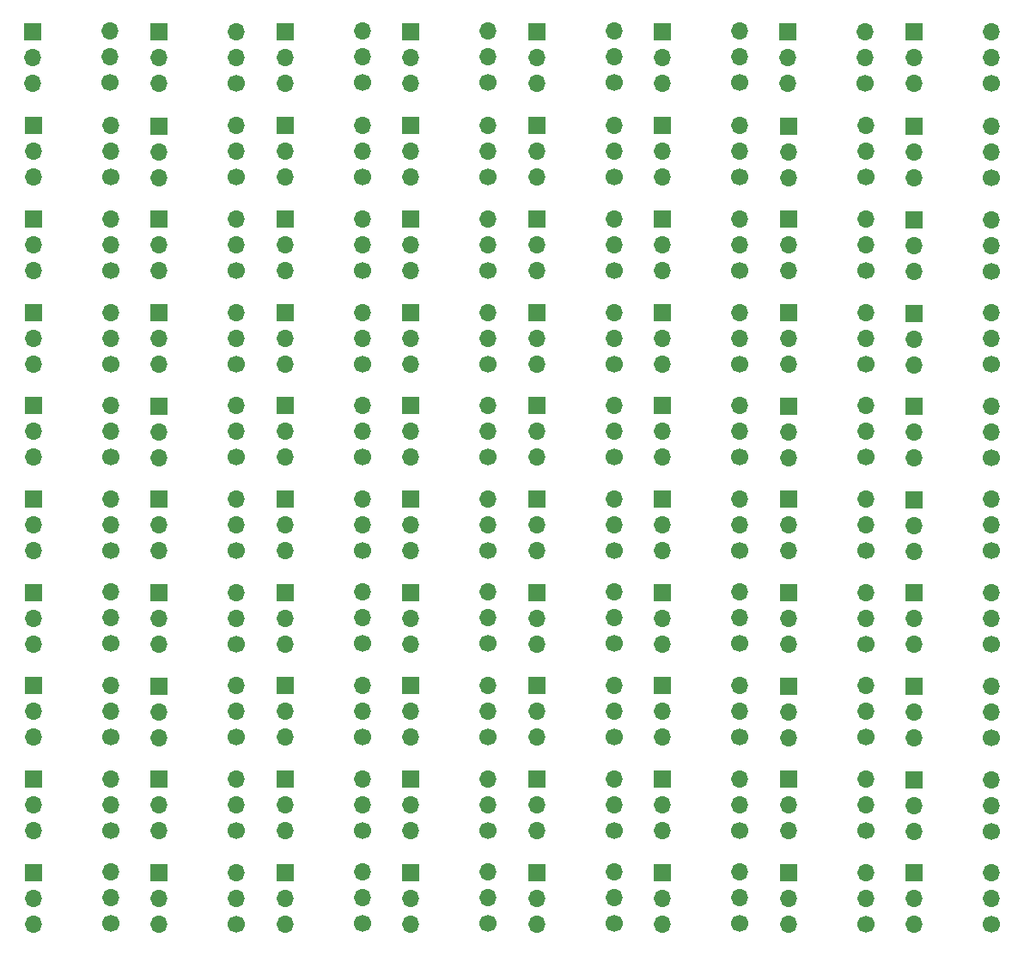
<source format=gbr>
%TF.GenerationSoftware,KiCad,Pcbnew,6.0.11+dfsg-1~bpo11+1*%
%TF.CreationDate,2023-03-06T17:28:23+08:00*%
%TF.ProjectId,sot2dip - panel,736f7432-6469-4702-902d-2070616e656c,rev?*%
%TF.SameCoordinates,Original*%
%TF.FileFunction,Soldermask,Bot*%
%TF.FilePolarity,Negative*%
%FSLAX46Y46*%
G04 Gerber Fmt 4.6, Leading zero omitted, Abs format (unit mm)*
G04 Created by KiCad (PCBNEW 6.0.11+dfsg-1~bpo11+1) date 2023-03-06 17:28:23*
%MOMM*%
%LPD*%
G01*
G04 APERTURE LIST*
%ADD10C,1.700000*%
%ADD11O,1.700000X1.700000*%
%ADD12R,1.700000X1.700000*%
G04 APERTURE END LIST*
D10*
%TO.C,J3*%
X126884000Y-62878000D03*
D11*
X126884000Y-60338000D03*
X126884000Y-57798000D03*
%TD*%
D12*
%TO.C,J1*%
X181284000Y-103908000D03*
D11*
X181284000Y-106448000D03*
X181284000Y-108988000D03*
%TD*%
D10*
%TO.C,J3*%
X164106000Y-136556000D03*
D11*
X164106000Y-134016000D03*
X164106000Y-131476000D03*
%TD*%
D10*
%TO.C,J3*%
X164106000Y-145756000D03*
D11*
X164106000Y-143216000D03*
X164106000Y-140676000D03*
%TD*%
D12*
%TO.C,J1*%
X193665000Y-76361000D03*
D11*
X193665000Y-78901000D03*
X193665000Y-81441000D03*
%TD*%
D12*
%TO.C,J1*%
X131684000Y-76300000D03*
D11*
X131684000Y-78840000D03*
X131684000Y-81380000D03*
%TD*%
D10*
%TO.C,J3*%
X114484000Y-108946000D03*
D11*
X114484000Y-106406000D03*
X114484000Y-103866000D03*
%TD*%
D10*
%TO.C,J3*%
X201287000Y-109007000D03*
D11*
X201287000Y-106467000D03*
X201287000Y-103927000D03*
%TD*%
D10*
%TO.C,J3*%
X164106000Y-72150000D03*
D11*
X164106000Y-69610000D03*
X164106000Y-67070000D03*
%TD*%
D12*
%TO.C,J1*%
X181284000Y-67114000D03*
D11*
X181284000Y-69654000D03*
X181284000Y-72194000D03*
%TD*%
D12*
%TO.C,J1*%
X156484000Y-122298000D03*
D11*
X156484000Y-124838000D03*
X156484000Y-127378000D03*
%TD*%
D10*
%TO.C,J3*%
X151706000Y-136558000D03*
D11*
X151706000Y-134018000D03*
X151706000Y-131478000D03*
%TD*%
D10*
%TO.C,J3*%
X188906000Y-118178000D03*
D11*
X188906000Y-115638000D03*
X188906000Y-113098000D03*
%TD*%
D12*
%TO.C,J1*%
X156484000Y-85508000D03*
D11*
X156484000Y-88048000D03*
X156484000Y-90588000D03*
%TD*%
D12*
%TO.C,J1*%
X168884000Y-85508000D03*
D11*
X168884000Y-88048000D03*
X168884000Y-90588000D03*
%TD*%
D10*
%TO.C,J3*%
X201287000Y-81419000D03*
D11*
X201287000Y-78879000D03*
X201287000Y-76339000D03*
%TD*%
D12*
%TO.C,J1*%
X181284000Y-76320000D03*
D11*
X181284000Y-78860000D03*
X181284000Y-81400000D03*
%TD*%
D10*
%TO.C,J3*%
X164106000Y-127356000D03*
D11*
X164106000Y-124816000D03*
X164106000Y-122276000D03*
%TD*%
D10*
%TO.C,J3*%
X164084000Y-62856000D03*
D11*
X164084000Y-60316000D03*
X164084000Y-57776000D03*
%TD*%
D12*
%TO.C,J1*%
X106862000Y-76300000D03*
D11*
X106862000Y-78840000D03*
X106862000Y-81380000D03*
%TD*%
D10*
%TO.C,J3*%
X176506000Y-108944000D03*
D11*
X176506000Y-106404000D03*
X176506000Y-103864000D03*
%TD*%
D12*
%TO.C,J1*%
X181262000Y-57820000D03*
D11*
X181262000Y-60360000D03*
X181262000Y-62900000D03*
%TD*%
D10*
%TO.C,J3*%
X126906000Y-99776000D03*
D11*
X126906000Y-97236000D03*
X126906000Y-94696000D03*
%TD*%
D12*
%TO.C,J1*%
X156484000Y-67092000D03*
D11*
X156484000Y-69632000D03*
X156484000Y-72172000D03*
%TD*%
D12*
%TO.C,J1*%
X131684000Y-113100000D03*
D11*
X131684000Y-115640000D03*
X131684000Y-118180000D03*
%TD*%
D10*
%TO.C,J3*%
X176506000Y-127356000D03*
D11*
X176506000Y-124816000D03*
X176506000Y-122276000D03*
%TD*%
D12*
%TO.C,J1*%
X156484000Y-140698000D03*
D11*
X156484000Y-143238000D03*
X156484000Y-145778000D03*
%TD*%
D10*
%TO.C,J3*%
X139306000Y-136558000D03*
D11*
X139306000Y-134018000D03*
X139306000Y-131478000D03*
%TD*%
D12*
%TO.C,J1*%
X106862000Y-113100000D03*
D11*
X106862000Y-115640000D03*
X106862000Y-118180000D03*
%TD*%
D10*
%TO.C,J3*%
X139306000Y-81358000D03*
D11*
X139306000Y-78818000D03*
X139306000Y-76278000D03*
%TD*%
D10*
%TO.C,J3*%
X126906000Y-136578000D03*
D11*
X126906000Y-134038000D03*
X126906000Y-131498000D03*
%TD*%
D10*
%TO.C,J3*%
X176506000Y-90566000D03*
D11*
X176506000Y-88026000D03*
X176506000Y-85486000D03*
%TD*%
D12*
%TO.C,J1*%
X131684000Y-131500000D03*
D11*
X131684000Y-134040000D03*
X131684000Y-136580000D03*
%TD*%
D10*
%TO.C,J3*%
X139306000Y-127358000D03*
D11*
X139306000Y-124818000D03*
X139306000Y-122278000D03*
%TD*%
D12*
%TO.C,J1*%
X168884000Y-113098000D03*
D11*
X168884000Y-115638000D03*
X168884000Y-118178000D03*
%TD*%
D10*
%TO.C,J3*%
X151706000Y-108946000D03*
D11*
X151706000Y-106406000D03*
X151706000Y-103866000D03*
%TD*%
D10*
%TO.C,J3*%
X188906000Y-108966000D03*
D11*
X188906000Y-106426000D03*
X188906000Y-103886000D03*
%TD*%
D10*
%TO.C,J3*%
X139284000Y-62858000D03*
D11*
X139284000Y-60318000D03*
X139284000Y-57778000D03*
%TD*%
D12*
%TO.C,J1*%
X119284000Y-85530000D03*
D11*
X119284000Y-88070000D03*
X119284000Y-90610000D03*
%TD*%
D12*
%TO.C,J1*%
X119284000Y-67114000D03*
D11*
X119284000Y-69654000D03*
X119284000Y-72194000D03*
%TD*%
D12*
%TO.C,J1*%
X144084000Y-140700000D03*
D11*
X144084000Y-143240000D03*
X144084000Y-145780000D03*
%TD*%
D12*
%TO.C,J1*%
X156484000Y-113098000D03*
D11*
X156484000Y-115638000D03*
X156484000Y-118178000D03*
%TD*%
D10*
%TO.C,J3*%
X151706000Y-81358000D03*
D11*
X151706000Y-78818000D03*
X151706000Y-76278000D03*
%TD*%
D10*
%TO.C,J3*%
X164106000Y-81356000D03*
D11*
X164106000Y-78816000D03*
X164106000Y-76276000D03*
%TD*%
D12*
%TO.C,J1*%
X131684000Y-67094000D03*
D11*
X131684000Y-69634000D03*
X131684000Y-72174000D03*
%TD*%
D12*
%TO.C,J1*%
X156484000Y-76298000D03*
D11*
X156484000Y-78838000D03*
X156484000Y-81378000D03*
%TD*%
D10*
%TO.C,J3*%
X176506000Y-136556000D03*
D11*
X176506000Y-134016000D03*
X176506000Y-131476000D03*
%TD*%
D10*
%TO.C,J3*%
X188906000Y-136578000D03*
D11*
X188906000Y-134038000D03*
X188906000Y-131498000D03*
%TD*%
D12*
%TO.C,J1*%
X131684000Y-122300000D03*
D11*
X131684000Y-124840000D03*
X131684000Y-127380000D03*
%TD*%
D12*
%TO.C,J1*%
X106862000Y-140700000D03*
D11*
X106862000Y-143240000D03*
X106862000Y-145780000D03*
%TD*%
D10*
%TO.C,J3*%
X188906000Y-145778000D03*
D11*
X188906000Y-143238000D03*
X188906000Y-140698000D03*
%TD*%
D12*
%TO.C,J1*%
X181284000Y-140720000D03*
D11*
X181284000Y-143260000D03*
X181284000Y-145800000D03*
%TD*%
D12*
%TO.C,J1*%
X144084000Y-67094000D03*
D11*
X144084000Y-69634000D03*
X144084000Y-72174000D03*
%TD*%
D10*
%TO.C,J3*%
X201287000Y-136619000D03*
D11*
X201287000Y-134079000D03*
X201287000Y-131539000D03*
%TD*%
D12*
%TO.C,J1*%
X193665000Y-85571000D03*
D11*
X193665000Y-88111000D03*
X193665000Y-90651000D03*
%TD*%
D12*
%TO.C,J1*%
X119284000Y-131520000D03*
D11*
X119284000Y-134060000D03*
X119284000Y-136600000D03*
%TD*%
D12*
%TO.C,J1*%
X119284000Y-103908000D03*
D11*
X119284000Y-106448000D03*
X119284000Y-108988000D03*
%TD*%
D12*
%TO.C,J1*%
X156484000Y-94696000D03*
D11*
X156484000Y-97236000D03*
X156484000Y-99776000D03*
%TD*%
D10*
%TO.C,J3*%
X126906000Y-127378000D03*
D11*
X126906000Y-124838000D03*
X126906000Y-122298000D03*
%TD*%
D10*
%TO.C,J3*%
X188906000Y-127378000D03*
D11*
X188906000Y-124838000D03*
X188906000Y-122298000D03*
%TD*%
D10*
%TO.C,J3*%
X126906000Y-81378000D03*
D11*
X126906000Y-78838000D03*
X126906000Y-76298000D03*
%TD*%
D12*
%TO.C,J1*%
X168884000Y-131498000D03*
D11*
X168884000Y-134038000D03*
X168884000Y-136578000D03*
%TD*%
D12*
%TO.C,J1*%
X144084000Y-131500000D03*
D11*
X144084000Y-134040000D03*
X144084000Y-136580000D03*
%TD*%
D10*
%TO.C,J3*%
X201287000Y-99817000D03*
D11*
X201287000Y-97277000D03*
X201287000Y-94737000D03*
%TD*%
D10*
%TO.C,J3*%
X188906000Y-81378000D03*
D11*
X188906000Y-78838000D03*
X188906000Y-76298000D03*
%TD*%
D12*
%TO.C,J1*%
X181284000Y-122320000D03*
D11*
X181284000Y-124860000D03*
X181284000Y-127400000D03*
%TD*%
D10*
%TO.C,J3*%
X201287000Y-118219000D03*
D11*
X201287000Y-115679000D03*
X201287000Y-113139000D03*
%TD*%
D10*
%TO.C,J3*%
X114484000Y-81358000D03*
D11*
X114484000Y-78818000D03*
X114484000Y-76278000D03*
%TD*%
D10*
%TO.C,J3*%
X176506000Y-145756000D03*
D11*
X176506000Y-143216000D03*
X176506000Y-140676000D03*
%TD*%
D12*
%TO.C,J1*%
X131662000Y-57800000D03*
D11*
X131662000Y-60340000D03*
X131662000Y-62880000D03*
%TD*%
D10*
%TO.C,J3*%
X139306000Y-72152000D03*
D11*
X139306000Y-69612000D03*
X139306000Y-67072000D03*
%TD*%
D10*
%TO.C,J3*%
X151684000Y-62858000D03*
D11*
X151684000Y-60318000D03*
X151684000Y-57778000D03*
%TD*%
D12*
%TO.C,J1*%
X181284000Y-85530000D03*
D11*
X181284000Y-88070000D03*
X181284000Y-90610000D03*
%TD*%
D12*
%TO.C,J1*%
X106840000Y-57800000D03*
D11*
X106840000Y-60340000D03*
X106840000Y-62880000D03*
%TD*%
D10*
%TO.C,J3*%
X126906000Y-145778000D03*
D11*
X126906000Y-143238000D03*
X126906000Y-140698000D03*
%TD*%
D12*
%TO.C,J1*%
X131684000Y-103888000D03*
D11*
X131684000Y-106428000D03*
X131684000Y-108968000D03*
%TD*%
D10*
%TO.C,J3*%
X114484000Y-72152000D03*
D11*
X114484000Y-69612000D03*
X114484000Y-67072000D03*
%TD*%
D12*
%TO.C,J1*%
X144084000Y-113100000D03*
D11*
X144084000Y-115640000D03*
X144084000Y-118180000D03*
%TD*%
D10*
%TO.C,J3*%
X201287000Y-90629000D03*
D11*
X201287000Y-88089000D03*
X201287000Y-85549000D03*
%TD*%
D10*
%TO.C,J3*%
X126906000Y-72172000D03*
D11*
X126906000Y-69632000D03*
X126906000Y-67092000D03*
%TD*%
D12*
%TO.C,J1*%
X156484000Y-131498000D03*
D11*
X156484000Y-134038000D03*
X156484000Y-136578000D03*
%TD*%
D12*
%TO.C,J1*%
X181284000Y-113120000D03*
D11*
X181284000Y-115660000D03*
X181284000Y-118200000D03*
%TD*%
D12*
%TO.C,J1*%
X106862000Y-131500000D03*
D11*
X106862000Y-134040000D03*
X106862000Y-136580000D03*
%TD*%
D12*
%TO.C,J1*%
X193665000Y-94759000D03*
D11*
X193665000Y-97299000D03*
X193665000Y-99839000D03*
%TD*%
D10*
%TO.C,J3*%
X151706000Y-145758000D03*
D11*
X151706000Y-143218000D03*
X151706000Y-140678000D03*
%TD*%
D12*
%TO.C,J1*%
X119284000Y-113120000D03*
D11*
X119284000Y-115660000D03*
X119284000Y-118200000D03*
%TD*%
D10*
%TO.C,J3*%
X201265000Y-62919000D03*
D11*
X201265000Y-60379000D03*
X201265000Y-57839000D03*
%TD*%
D12*
%TO.C,J1*%
X193665000Y-67155000D03*
D11*
X193665000Y-69695000D03*
X193665000Y-72235000D03*
%TD*%
D10*
%TO.C,J3*%
X139306000Y-145758000D03*
D11*
X139306000Y-143218000D03*
X139306000Y-140678000D03*
%TD*%
D12*
%TO.C,J1*%
X119262000Y-57820000D03*
D11*
X119262000Y-60360000D03*
X119262000Y-62900000D03*
%TD*%
D12*
%TO.C,J1*%
X131684000Y-140700000D03*
D11*
X131684000Y-143240000D03*
X131684000Y-145780000D03*
%TD*%
D12*
%TO.C,J1*%
X181284000Y-131520000D03*
D11*
X181284000Y-134060000D03*
X181284000Y-136600000D03*
%TD*%
D10*
%TO.C,J3*%
X151706000Y-72152000D03*
D11*
X151706000Y-69612000D03*
X151706000Y-67072000D03*
%TD*%
D10*
%TO.C,J3*%
X188884000Y-62878000D03*
D11*
X188884000Y-60338000D03*
X188884000Y-57798000D03*
%TD*%
D10*
%TO.C,J3*%
X188906000Y-99776000D03*
D11*
X188906000Y-97236000D03*
X188906000Y-94696000D03*
%TD*%
D12*
%TO.C,J1*%
X156462000Y-57798000D03*
D11*
X156462000Y-60338000D03*
X156462000Y-62878000D03*
%TD*%
D12*
%TO.C,J1*%
X119284000Y-122320000D03*
D11*
X119284000Y-124860000D03*
X119284000Y-127400000D03*
%TD*%
D10*
%TO.C,J3*%
X126906000Y-108966000D03*
D11*
X126906000Y-106426000D03*
X126906000Y-103886000D03*
%TD*%
D12*
%TO.C,J1*%
X119284000Y-140720000D03*
D11*
X119284000Y-143260000D03*
X119284000Y-145800000D03*
%TD*%
D10*
%TO.C,J3*%
X164106000Y-90566000D03*
D11*
X164106000Y-88026000D03*
X164106000Y-85486000D03*
%TD*%
D10*
%TO.C,J3*%
X114484000Y-127358000D03*
D11*
X114484000Y-124818000D03*
X114484000Y-122278000D03*
%TD*%
D12*
%TO.C,J1*%
X106862000Y-103888000D03*
D11*
X106862000Y-106428000D03*
X106862000Y-108968000D03*
%TD*%
D12*
%TO.C,J1*%
X106862000Y-67094000D03*
D11*
X106862000Y-69634000D03*
X106862000Y-72174000D03*
%TD*%
D10*
%TO.C,J3*%
X139306000Y-118158000D03*
D11*
X139306000Y-115618000D03*
X139306000Y-113078000D03*
%TD*%
D12*
%TO.C,J1*%
X144084000Y-85510000D03*
D11*
X144084000Y-88050000D03*
X144084000Y-90590000D03*
%TD*%
D12*
%TO.C,J1*%
X106862000Y-94698000D03*
D11*
X106862000Y-97238000D03*
X106862000Y-99778000D03*
%TD*%
D12*
%TO.C,J1*%
X106862000Y-122300000D03*
D11*
X106862000Y-124840000D03*
X106862000Y-127380000D03*
%TD*%
D12*
%TO.C,J1*%
X131684000Y-94698000D03*
D11*
X131684000Y-97238000D03*
X131684000Y-99778000D03*
%TD*%
D10*
%TO.C,J3*%
X114484000Y-145758000D03*
D11*
X114484000Y-143218000D03*
X114484000Y-140678000D03*
%TD*%
D12*
%TO.C,J1*%
X193665000Y-140761000D03*
D11*
X193665000Y-143301000D03*
X193665000Y-145841000D03*
%TD*%
D10*
%TO.C,J3*%
X114484000Y-99756000D03*
D11*
X114484000Y-97216000D03*
X114484000Y-94676000D03*
%TD*%
D12*
%TO.C,J1*%
X181284000Y-94718000D03*
D11*
X181284000Y-97258000D03*
X181284000Y-99798000D03*
%TD*%
D10*
%TO.C,J3*%
X114462000Y-62858000D03*
D11*
X114462000Y-60318000D03*
X114462000Y-57778000D03*
%TD*%
D12*
%TO.C,J1*%
X193665000Y-131561000D03*
D11*
X193665000Y-134101000D03*
X193665000Y-136641000D03*
%TD*%
D10*
%TO.C,J3*%
X139306000Y-90568000D03*
D11*
X139306000Y-88028000D03*
X139306000Y-85488000D03*
%TD*%
D12*
%TO.C,J1*%
X168862000Y-57798000D03*
D11*
X168862000Y-60338000D03*
X168862000Y-62878000D03*
%TD*%
D10*
%TO.C,J3*%
X139306000Y-108946000D03*
D11*
X139306000Y-106406000D03*
X139306000Y-103866000D03*
%TD*%
D12*
%TO.C,J1*%
X168884000Y-76298000D03*
D11*
X168884000Y-78838000D03*
X168884000Y-81378000D03*
%TD*%
D12*
%TO.C,J1*%
X168884000Y-67092000D03*
D11*
X168884000Y-69632000D03*
X168884000Y-72172000D03*
%TD*%
D10*
%TO.C,J3*%
X164106000Y-99754000D03*
D11*
X164106000Y-97214000D03*
X164106000Y-94674000D03*
%TD*%
D10*
%TO.C,J3*%
X176506000Y-118156000D03*
D11*
X176506000Y-115616000D03*
X176506000Y-113076000D03*
%TD*%
D10*
%TO.C,J3*%
X114484000Y-90568000D03*
D11*
X114484000Y-88028000D03*
X114484000Y-85488000D03*
%TD*%
D10*
%TO.C,J3*%
X201287000Y-145819000D03*
D11*
X201287000Y-143279000D03*
X201287000Y-140739000D03*
%TD*%
D10*
%TO.C,J3*%
X176506000Y-81356000D03*
D11*
X176506000Y-78816000D03*
X176506000Y-76276000D03*
%TD*%
D10*
%TO.C,J3*%
X188906000Y-72172000D03*
D11*
X188906000Y-69632000D03*
X188906000Y-67092000D03*
%TD*%
D10*
%TO.C,J3*%
X164106000Y-118156000D03*
D11*
X164106000Y-115616000D03*
X164106000Y-113076000D03*
%TD*%
D10*
%TO.C,J3*%
X139306000Y-99756000D03*
D11*
X139306000Y-97216000D03*
X139306000Y-94676000D03*
%TD*%
D10*
%TO.C,J3*%
X114484000Y-118158000D03*
D11*
X114484000Y-115618000D03*
X114484000Y-113078000D03*
%TD*%
D12*
%TO.C,J1*%
X144084000Y-76300000D03*
D11*
X144084000Y-78840000D03*
X144084000Y-81380000D03*
%TD*%
D12*
%TO.C,J1*%
X144084000Y-122300000D03*
D11*
X144084000Y-124840000D03*
X144084000Y-127380000D03*
%TD*%
D10*
%TO.C,J3*%
X126906000Y-118178000D03*
D11*
X126906000Y-115638000D03*
X126906000Y-113098000D03*
%TD*%
D10*
%TO.C,J3*%
X114484000Y-136558000D03*
D11*
X114484000Y-134018000D03*
X114484000Y-131478000D03*
%TD*%
D12*
%TO.C,J1*%
X106862000Y-85510000D03*
D11*
X106862000Y-88050000D03*
X106862000Y-90590000D03*
%TD*%
D10*
%TO.C,J3*%
X151706000Y-99756000D03*
D11*
X151706000Y-97216000D03*
X151706000Y-94676000D03*
%TD*%
D12*
%TO.C,J1*%
X144084000Y-103888000D03*
D11*
X144084000Y-106428000D03*
X144084000Y-108968000D03*
%TD*%
D12*
%TO.C,J1*%
X168884000Y-103886000D03*
D11*
X168884000Y-106426000D03*
X168884000Y-108966000D03*
%TD*%
D10*
%TO.C,J3*%
X176506000Y-72150000D03*
D11*
X176506000Y-69610000D03*
X176506000Y-67070000D03*
%TD*%
D10*
%TO.C,J3*%
X164106000Y-108944000D03*
D11*
X164106000Y-106404000D03*
X164106000Y-103864000D03*
%TD*%
D10*
%TO.C,J3*%
X176484000Y-62856000D03*
D11*
X176484000Y-60316000D03*
X176484000Y-57776000D03*
%TD*%
D12*
%TO.C,J1*%
X119284000Y-94718000D03*
D11*
X119284000Y-97258000D03*
X119284000Y-99798000D03*
%TD*%
D12*
%TO.C,J1*%
X131684000Y-85510000D03*
D11*
X131684000Y-88050000D03*
X131684000Y-90590000D03*
%TD*%
D12*
%TO.C,J1*%
X168884000Y-140698000D03*
D11*
X168884000Y-143238000D03*
X168884000Y-145778000D03*
%TD*%
D12*
%TO.C,J1*%
X144062000Y-57800000D03*
D11*
X144062000Y-60340000D03*
X144062000Y-62880000D03*
%TD*%
D12*
%TO.C,J1*%
X119284000Y-76320000D03*
D11*
X119284000Y-78860000D03*
X119284000Y-81400000D03*
%TD*%
D10*
%TO.C,J3*%
X188906000Y-90588000D03*
D11*
X188906000Y-88048000D03*
X188906000Y-85508000D03*
%TD*%
D10*
%TO.C,J3*%
X201287000Y-72213000D03*
D11*
X201287000Y-69673000D03*
X201287000Y-67133000D03*
%TD*%
D12*
%TO.C,J1*%
X168884000Y-122298000D03*
D11*
X168884000Y-124838000D03*
X168884000Y-127378000D03*
%TD*%
D12*
%TO.C,J1*%
X193665000Y-113161000D03*
D11*
X193665000Y-115701000D03*
X193665000Y-118241000D03*
%TD*%
D10*
%TO.C,J3*%
X201287000Y-127419000D03*
D11*
X201287000Y-124879000D03*
X201287000Y-122339000D03*
%TD*%
D10*
%TO.C,J3*%
X126906000Y-90588000D03*
D11*
X126906000Y-88048000D03*
X126906000Y-85508000D03*
%TD*%
D10*
%TO.C,J3*%
X151706000Y-127358000D03*
D11*
X151706000Y-124818000D03*
X151706000Y-122278000D03*
%TD*%
D12*
%TO.C,J1*%
X193643000Y-57861000D03*
D11*
X193643000Y-60401000D03*
X193643000Y-62941000D03*
%TD*%
D10*
%TO.C,J3*%
X176506000Y-99754000D03*
D11*
X176506000Y-97214000D03*
X176506000Y-94674000D03*
%TD*%
D12*
%TO.C,J1*%
X144084000Y-94698000D03*
D11*
X144084000Y-97238000D03*
X144084000Y-99778000D03*
%TD*%
D10*
%TO.C,J3*%
X151706000Y-90568000D03*
D11*
X151706000Y-88028000D03*
X151706000Y-85488000D03*
%TD*%
D12*
%TO.C,J1*%
X193665000Y-103949000D03*
D11*
X193665000Y-106489000D03*
X193665000Y-109029000D03*
%TD*%
D10*
%TO.C,J3*%
X151706000Y-118158000D03*
D11*
X151706000Y-115618000D03*
X151706000Y-113078000D03*
%TD*%
D12*
%TO.C,J1*%
X168884000Y-94696000D03*
D11*
X168884000Y-97236000D03*
X168884000Y-99776000D03*
%TD*%
D12*
%TO.C,J1*%
X156484000Y-103886000D03*
D11*
X156484000Y-106426000D03*
X156484000Y-108966000D03*
%TD*%
D12*
%TO.C,J1*%
X193665000Y-122361000D03*
D11*
X193665000Y-124901000D03*
X193665000Y-127441000D03*
%TD*%
M02*

</source>
